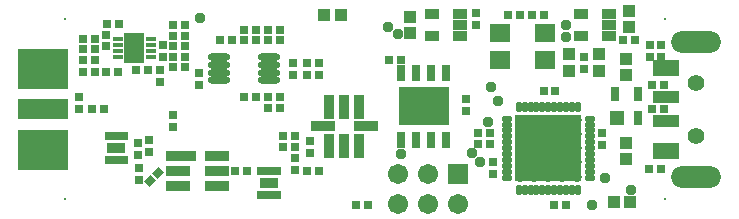
<source format=gts>
%FSLAX24Y24*%
%MOIN*%
G70*
G01*
G75*
G04 Layer_Color=8388736*
%ADD10C,0.0060*%
%ADD11C,0.0200*%
%ADD12C,0.0100*%
%ADD13C,0.0250*%
%ADD14C,0.0120*%
%ADD15C,0.0330*%
%ADD16R,0.0197X0.0236*%
%ADD17R,0.0315X0.0354*%
%ADD18R,0.0217X0.0472*%
%ADD19R,0.1575X0.1181*%
%ADD20R,0.0236X0.0394*%
%ADD21R,0.0394X0.0394*%
%ADD22R,0.2156X0.2156*%
%ADD23O,0.0118X0.0295*%
%ADD24O,0.0295X0.0118*%
%ADD25O,0.0669X0.0177*%
%ADD26R,0.0354X0.0315*%
%ADD27R,0.0266X0.0098*%
%ADD28R,0.0591X0.0937*%
%ADD29R,0.0512X0.0295*%
%ADD30R,0.0128X0.0197*%
%ADD31R,0.0630X0.0520*%
%ADD32R,0.0709X0.0276*%
%ADD33R,0.0906X0.0276*%
%ADD34R,0.0276X0.0709*%
%ADD35R,0.1600X0.0600*%
%ADD36R,0.0433X0.0256*%
%ADD37R,0.0827X0.0472*%
%ADD38R,0.0827X0.0315*%
%ADD39R,0.0236X0.0197*%
G04:AMPARAMS|DCode=40|XSize=19.7mil|YSize=23.6mil|CornerRadius=0mil|HoleSize=0mil|Usage=FLASHONLY|Rotation=135.000|XOffset=0mil|YOffset=0mil|HoleType=Round|Shape=Rectangle|*
%AMROTATEDRECTD40*
4,1,4,0.0153,0.0014,-0.0014,-0.0153,-0.0153,-0.0014,0.0014,0.0153,0.0153,0.0014,0.0*
%
%ADD40ROTATEDRECTD40*%

%ADD41C,0.0150*%
%ADD42C,0.0290*%
%ADD43R,0.1600X0.1300*%
%ADD44C,0.0591*%
%ADD45C,0.0591*%
%ADD46R,0.0591X0.0591*%
%ADD47C,0.0472*%
%ADD48O,0.1575X0.0650*%
%ADD49C,0.0260*%
%ADD50C,0.0400*%
%ADD51C,0.0550*%
%ADD52C,0.0754*%
%ADD53C,0.0991*%
%ADD54O,0.1384X0.0794*%
%ADD55R,0.2280X0.2290*%
%ADD56R,0.1000X0.2790*%
%ADD57R,0.8990X0.0670*%
%ADD58R,0.0750X0.0500*%
%ADD59C,0.0530*%
%ADD60C,0.0098*%
%ADD61C,0.0079*%
%ADD62R,0.0277X0.0316*%
%ADD63R,0.0395X0.0434*%
%ADD64R,0.0297X0.0552*%
%ADD65R,0.1655X0.1261*%
%ADD66R,0.0316X0.0474*%
%ADD67R,0.0474X0.0474*%
%ADD68R,0.2236X0.2236*%
%ADD69O,0.0198X0.0375*%
%ADD70O,0.0375X0.0198*%
%ADD71O,0.0749X0.0257*%
%ADD72R,0.0434X0.0395*%
%ADD73R,0.0346X0.0178*%
%ADD74R,0.0671X0.1017*%
%ADD75R,0.0592X0.0375*%
%ADD76R,0.0208X0.0277*%
%ADD77R,0.0710X0.0600*%
%ADD78R,0.0789X0.0356*%
%ADD79R,0.0986X0.0356*%
%ADD80R,0.0356X0.0789*%
%ADD81R,0.1680X0.0680*%
%ADD82R,0.0513X0.0336*%
%ADD83R,0.0907X0.0552*%
%ADD84R,0.0907X0.0395*%
%ADD85R,0.0316X0.0277*%
G04:AMPARAMS|DCode=86|XSize=27.7mil|YSize=31.6mil|CornerRadius=0mil|HoleSize=0mil|Usage=FLASHONLY|Rotation=135.000|XOffset=0mil|YOffset=0mil|HoleType=Round|Shape=Rectangle|*
%AMROTATEDRECTD86*
4,1,4,0.0210,0.0014,-0.0014,-0.0210,-0.0210,-0.0014,0.0014,0.0210,0.0210,0.0014,0.0*
%
%ADD86ROTATEDRECTD86*%

%ADD87C,0.0370*%
%ADD88R,0.1680X0.1380*%
%ADD89C,0.0671*%
%ADD90C,0.0671*%
%ADD91R,0.0671X0.0671*%
%ADD92C,0.0552*%
%ADD93O,0.1655X0.0730*%
%ADD94C,0.0080*%
%ADD95C,0.0340*%
D62*
X46500Y25822D02*
D03*
Y25428D02*
D03*
X34600Y24828D02*
D03*
Y25222D02*
D03*
X44300Y25422D02*
D03*
Y25028D02*
D03*
X29440Y22158D02*
D03*
Y22552D02*
D03*
X29800Y22258D02*
D03*
Y22652D02*
D03*
X40700Y26478D02*
D03*
Y26872D02*
D03*
X46850Y25428D02*
D03*
Y25822D02*
D03*
X41250Y21528D02*
D03*
Y21922D02*
D03*
X44900Y22872D02*
D03*
Y22478D02*
D03*
X40360Y24022D02*
D03*
Y23628D02*
D03*
X30150Y24578D02*
D03*
Y24972D02*
D03*
X27450Y23678D02*
D03*
Y24072D02*
D03*
X31450Y24478D02*
D03*
Y24872D02*
D03*
X29450Y21328D02*
D03*
Y21722D02*
D03*
X34650Y21648D02*
D03*
Y22042D02*
D03*
X30600Y23472D02*
D03*
Y23078D02*
D03*
X35150Y22612D02*
D03*
Y22218D02*
D03*
X28350Y25768D02*
D03*
Y26162D02*
D03*
X30250Y25428D02*
D03*
Y25822D02*
D03*
D63*
X36176Y26825D02*
D03*
X35624D02*
D03*
X45274Y20575D02*
D03*
X45826D02*
D03*
D64*
X38200Y22664D02*
D03*
X38700D02*
D03*
X39200D02*
D03*
X39700D02*
D03*
Y24875D02*
D03*
X39200D02*
D03*
X38700D02*
D03*
X38200D02*
D03*
D65*
X38948Y23767D02*
D03*
D66*
X45326Y24169D02*
D03*
X46074D02*
D03*
Y23381D02*
D03*
D67*
X45405D02*
D03*
D68*
X43100Y22375D02*
D03*
D69*
X42116Y23763D02*
D03*
X42313D02*
D03*
X42509D02*
D03*
X42706D02*
D03*
X42903D02*
D03*
X43100D02*
D03*
X43297D02*
D03*
X43494D02*
D03*
X43691D02*
D03*
X43887D02*
D03*
X44084D02*
D03*
Y20987D02*
D03*
X43887D02*
D03*
X43691D02*
D03*
X43494D02*
D03*
X43297D02*
D03*
X43100D02*
D03*
X42903D02*
D03*
X42706D02*
D03*
X42509D02*
D03*
X42313D02*
D03*
X42116D02*
D03*
D70*
X44488Y23359D02*
D03*
Y23162D02*
D03*
Y22966D02*
D03*
Y22769D02*
D03*
Y22572D02*
D03*
Y22375D02*
D03*
Y22178D02*
D03*
Y21981D02*
D03*
Y21784D02*
D03*
Y21588D02*
D03*
Y21391D02*
D03*
X41712D02*
D03*
Y21588D02*
D03*
Y21784D02*
D03*
Y21981D02*
D03*
Y22178D02*
D03*
Y22375D02*
D03*
Y22572D02*
D03*
Y22769D02*
D03*
Y22966D02*
D03*
Y23162D02*
D03*
Y23359D02*
D03*
D71*
X33777Y24641D02*
D03*
Y24897D02*
D03*
Y25153D02*
D03*
Y25409D02*
D03*
X32123Y24641D02*
D03*
X32123Y24897D02*
D03*
Y25153D02*
D03*
X32123Y25409D02*
D03*
D72*
X45700Y21999D02*
D03*
Y22551D02*
D03*
Y25351D02*
D03*
Y24799D02*
D03*
X45800Y26399D02*
D03*
Y26951D02*
D03*
X38500Y26199D02*
D03*
Y26751D02*
D03*
X44800Y24949D02*
D03*
Y25501D02*
D03*
X43800Y25501D02*
D03*
Y24949D02*
D03*
D73*
X29855Y26020D02*
D03*
Y25823D02*
D03*
Y25627D02*
D03*
X29855Y25430D02*
D03*
X28745D02*
D03*
Y25627D02*
D03*
Y25823D02*
D03*
Y26020D02*
D03*
D74*
X29299Y25725D02*
D03*
D75*
X28705Y22381D02*
D03*
X33780Y21215D02*
D03*
D76*
X29000Y22775D02*
D03*
X28803D02*
D03*
X28606D02*
D03*
X28409D02*
D03*
Y21988D02*
D03*
X28606Y21988D02*
D03*
X28803D02*
D03*
X29000D02*
D03*
X34075Y20821D02*
D03*
X33878D02*
D03*
X33682D02*
D03*
X33485Y20821D02*
D03*
Y21609D02*
D03*
X33682D02*
D03*
X33878D02*
D03*
X34075D02*
D03*
D77*
X41500Y26225D02*
D03*
Y25325D02*
D03*
X43000Y26225D02*
D03*
Y25325D02*
D03*
D78*
X32050Y22125D02*
D03*
Y21125D02*
D03*
Y21625D02*
D03*
X30750D02*
D03*
Y21125D02*
D03*
X37020Y23115D02*
D03*
X35590D02*
D03*
D79*
X30850Y22125D02*
D03*
D80*
X35800Y23765D02*
D03*
X36800D02*
D03*
X36300D02*
D03*
X36300Y22465D02*
D03*
X36800D02*
D03*
X35800D02*
D03*
D81*
X26250Y23675D02*
D03*
D82*
X39228Y26101D02*
D03*
Y26849D02*
D03*
X40172D02*
D03*
Y26475D02*
D03*
Y26101D02*
D03*
X44178D02*
D03*
Y26849D02*
D03*
X45122D02*
D03*
Y26475D02*
D03*
Y26101D02*
D03*
D83*
X47013Y25053D02*
D03*
Y22297D02*
D03*
D84*
Y24069D02*
D03*
Y23281D02*
D03*
D85*
X30997Y25425D02*
D03*
X30603D02*
D03*
X41753Y26825D02*
D03*
X42147D02*
D03*
X34647Y22795D02*
D03*
X34253D02*
D03*
X34147Y25975D02*
D03*
X33753D02*
D03*
X33753Y24075D02*
D03*
X34147D02*
D03*
X34647Y22415D02*
D03*
X34253D02*
D03*
X38197Y25325D02*
D03*
X37803D02*
D03*
X42943Y24275D02*
D03*
X43337D02*
D03*
X43697Y20475D02*
D03*
X43303D02*
D03*
X34147Y26325D02*
D03*
X33753D02*
D03*
X33753Y23725D02*
D03*
X34147D02*
D03*
X32953Y26325D02*
D03*
X33347D02*
D03*
X27903Y23675D02*
D03*
X28297D02*
D03*
X46553Y23680D02*
D03*
X46947D02*
D03*
X46553Y24475D02*
D03*
X46947D02*
D03*
X29747Y24975D02*
D03*
X29353D02*
D03*
X30997Y26125D02*
D03*
X30603D02*
D03*
X30997Y26475D02*
D03*
X30603D02*
D03*
X28797Y26525D02*
D03*
X28403D02*
D03*
X37077Y20495D02*
D03*
X36683D02*
D03*
X27603Y25675D02*
D03*
X27997D02*
D03*
X27997Y24925D02*
D03*
X27603D02*
D03*
X30603Y25775D02*
D03*
X30997D02*
D03*
X27603Y26025D02*
D03*
X27997D02*
D03*
X41147Y22525D02*
D03*
X40753D02*
D03*
X41147Y22875D02*
D03*
X40753D02*
D03*
X28353Y24925D02*
D03*
X28747D02*
D03*
X33347Y25975D02*
D03*
X32953D02*
D03*
X33347Y24075D02*
D03*
X32953D02*
D03*
X46847Y21675D02*
D03*
X46453D02*
D03*
X45603Y25975D02*
D03*
X45997D02*
D03*
X32153D02*
D03*
X32547D02*
D03*
X35447Y25225D02*
D03*
X35053D02*
D03*
X35447Y24825D02*
D03*
X35053D02*
D03*
X32663Y21615D02*
D03*
X33057D02*
D03*
X35053D02*
D03*
X35447D02*
D03*
X27603Y25325D02*
D03*
X27997D02*
D03*
X30603Y25075D02*
D03*
X30997D02*
D03*
X42947Y26825D02*
D03*
X42553D02*
D03*
D86*
X29811Y21286D02*
D03*
X30089Y21564D02*
D03*
D87*
X40835Y21910D02*
D03*
X44976Y21391D02*
D03*
X44550Y20495D02*
D03*
X41100Y23255D02*
D03*
X41435Y23940D02*
D03*
X29300Y25955D02*
D03*
X29290Y25495D02*
D03*
X31500Y26725D02*
D03*
X39440Y23765D02*
D03*
X38450D02*
D03*
X38948Y23767D02*
D03*
X41200Y24425D02*
D03*
X37750Y26425D02*
D03*
X43700Y26475D02*
D03*
Y26075D02*
D03*
X38100Y26175D02*
D03*
X28705Y22381D02*
D03*
X45850Y20975D02*
D03*
X38200Y22175D02*
D03*
X40547Y22222D02*
D03*
D88*
X26250Y25029D02*
D03*
Y22313D02*
D03*
D89*
X38100Y20525D02*
D03*
X39100D02*
D03*
Y21525D02*
D03*
X40100Y20525D02*
D03*
D90*
X38100Y21525D02*
D03*
D91*
X40100D02*
D03*
D92*
X48037Y24561D02*
D03*
Y22789D02*
D03*
D93*
Y25919D02*
D03*
Y21431D02*
D03*
D94*
X27000Y20675D02*
D03*
Y26675D02*
D03*
X47000Y26670D02*
D03*
Y20670D02*
D03*
D95*
X44045Y21430D02*
D03*
X43572D02*
D03*
X43100D02*
D03*
X42628D02*
D03*
X44045Y21903D02*
D03*
X43572D02*
D03*
X43100D02*
D03*
X42628D02*
D03*
X44045Y22375D02*
D03*
X43572D02*
D03*
X43100D02*
D03*
X44045Y22847D02*
D03*
X43572D02*
D03*
X43100D02*
D03*
X42628D02*
D03*
X43572Y23320D02*
D03*
X42628Y22375D02*
D03*
X44045Y23320D02*
D03*
X43100D02*
D03*
X42628D02*
D03*
X42155Y21903D02*
D03*
Y22847D02*
D03*
Y22375D02*
D03*
Y23320D02*
D03*
X42150Y21425D02*
D03*
M02*

</source>
